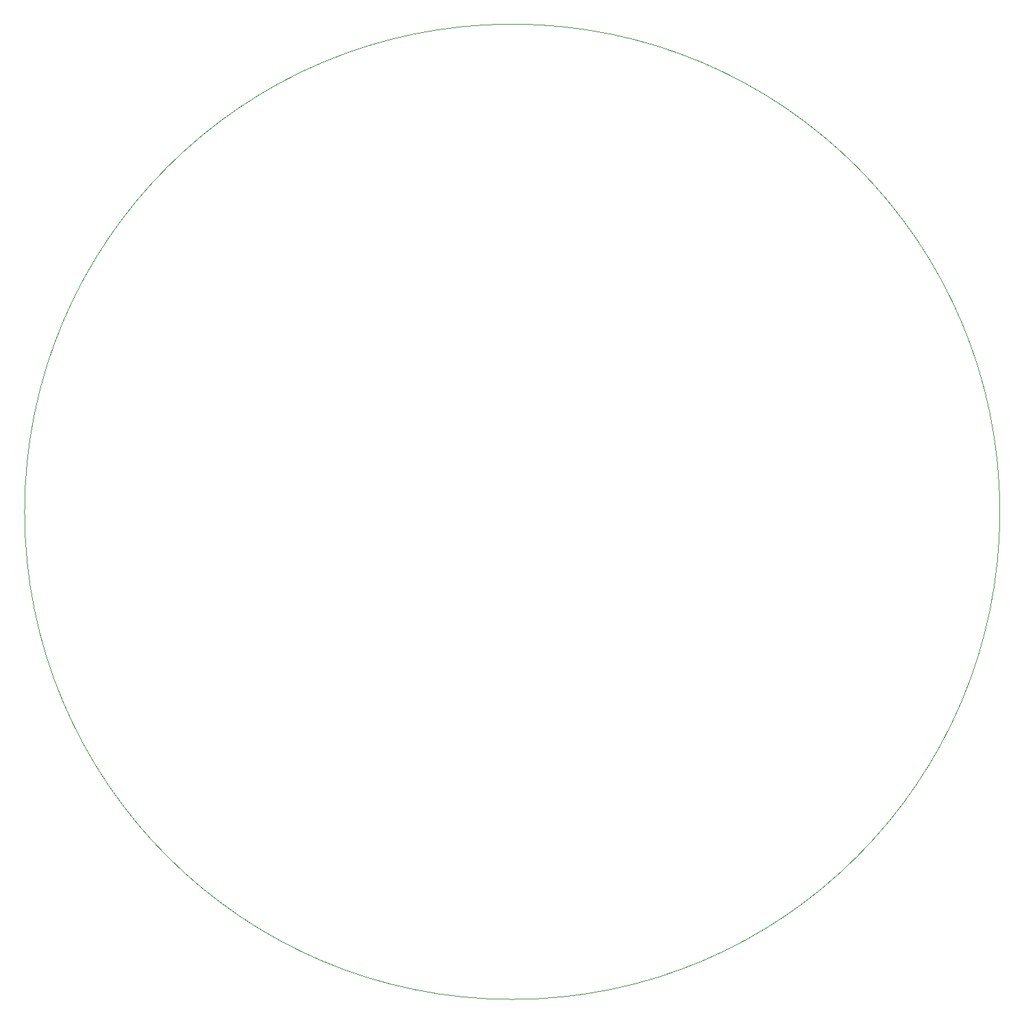
<source format=gbr>
%TF.GenerationSoftware,KiCad,Pcbnew,8.0.7*%
%TF.CreationDate,2024-12-23T22:20:46+05:30*%
%TF.ProjectId,PCB,5043422e-6b69-4636-9164-5f7063625858,rev?*%
%TF.SameCoordinates,Original*%
%TF.FileFunction,Profile,NP*%
%FSLAX46Y46*%
G04 Gerber Fmt 4.6, Leading zero omitted, Abs format (unit mm)*
G04 Created by KiCad (PCBNEW 8.0.7) date 2024-12-23 22:20:46*
%MOMM*%
%LPD*%
G01*
G04 APERTURE LIST*
%TA.AperFunction,Profile*%
%ADD10C,0.050000*%
%TD*%
G04 APERTURE END LIST*
D10*
X212500000Y-93500000D02*
G75*
G02*
X91947108Y-93500000I-60276446J0D01*
G01*
X91947108Y-93500000D02*
G75*
G02*
X212500000Y-93500000I60276446J0D01*
G01*
M02*

</source>
